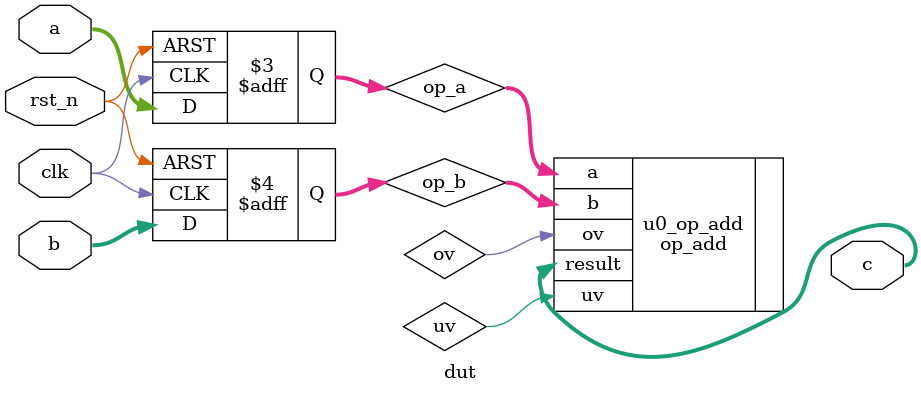
<source format=sv>
`timescale 1ns/100ps

module dut #(parameter N = 8) (
    input logic clk, 
    input logic rst_n,
    input logic [N-1:0] a,
    input logic [N-1:0] b,
    output logic [N-1:0] c
);
    logic ov;
    logic uv;
    logic [N-1:0] op_a;
    logic [N-1:0] op_b;

    op_add #(.N(N), .SIGNED(0)) u0_op_add (
        .a(op_a),
        .b(op_b),
        .result(c),
        .ov(ov),
        .uv(uv) 
    );

    // TODO: Replace following logic with your DUT implementation.
    always_ff @(posedge clk or negedge rst_n) begin
    if (!rst_n) begin
        op_a <= '0;
        op_b <= '0;
    end else begin
        op_a <= a;
        op_b <= b;
    end
end 

endmodule
</source>
